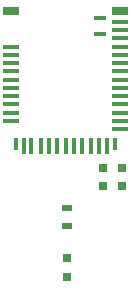
<source format=gbr>
G04 #@! TF.FileFunction,Paste,Top*
%FSLAX46Y46*%
G04 Gerber Fmt 4.6, Leading zero omitted, Abs format (unit mm)*
G04 Created by KiCad (PCBNEW 4.0.4-stable) date 06/20/17 22:04:30*
%MOMM*%
%LPD*%
G01*
G04 APERTURE LIST*
%ADD10C,0.100000*%
%ADD11R,0.750000X0.800000*%
%ADD12R,0.800000X0.800000*%
%ADD13R,0.900000X0.500000*%
%ADD14R,1.400000X0.800000*%
%ADD15R,1.000000X0.400000*%
%ADD16R,1.400000X0.400000*%
%ADD17R,0.400000X1.400000*%
%ADD18R,0.400000X1.100000*%
G04 APERTURE END LIST*
D10*
D11*
X37846000Y-33262000D03*
X37846000Y-31762000D03*
X39433500Y-33262000D03*
X39433500Y-31762000D03*
D12*
X34798000Y-40995500D03*
X34798000Y-39395500D03*
D13*
X34798000Y-35127500D03*
X34798000Y-36627500D03*
D14*
X39306500Y-18454000D03*
D15*
X37606500Y-20404000D03*
D16*
X39306500Y-20054000D03*
X39306500Y-20754000D03*
X39306500Y-21454000D03*
X39306500Y-22154000D03*
X39306500Y-22854000D03*
X39306500Y-23554000D03*
X39306500Y-24254000D03*
X39306500Y-24954000D03*
X39306500Y-25654000D03*
X39306500Y-26354000D03*
X39306500Y-27054000D03*
X39306500Y-27754000D03*
X39306500Y-28454000D03*
D17*
X38206500Y-29854000D03*
X37506500Y-29854000D03*
X36806500Y-29854000D03*
X36106500Y-29854000D03*
X35406500Y-29854000D03*
X34706500Y-29854000D03*
X34006500Y-29854000D03*
D18*
X38906500Y-29704000D03*
D17*
X33306500Y-29854000D03*
X32606500Y-29854000D03*
X31806500Y-29854000D03*
X31206500Y-29854000D03*
D18*
X30506500Y-29704000D03*
D14*
X30106500Y-18454000D03*
D16*
X30106500Y-21454000D03*
X30106500Y-22154000D03*
X30106500Y-22854000D03*
X30106500Y-23554000D03*
X30106500Y-24254000D03*
X30106500Y-24954000D03*
X30106500Y-25654000D03*
X30106500Y-26354000D03*
X30106500Y-27054000D03*
X30106500Y-27754000D03*
X39306500Y-19354000D03*
D15*
X37606500Y-19004000D03*
M02*

</source>
